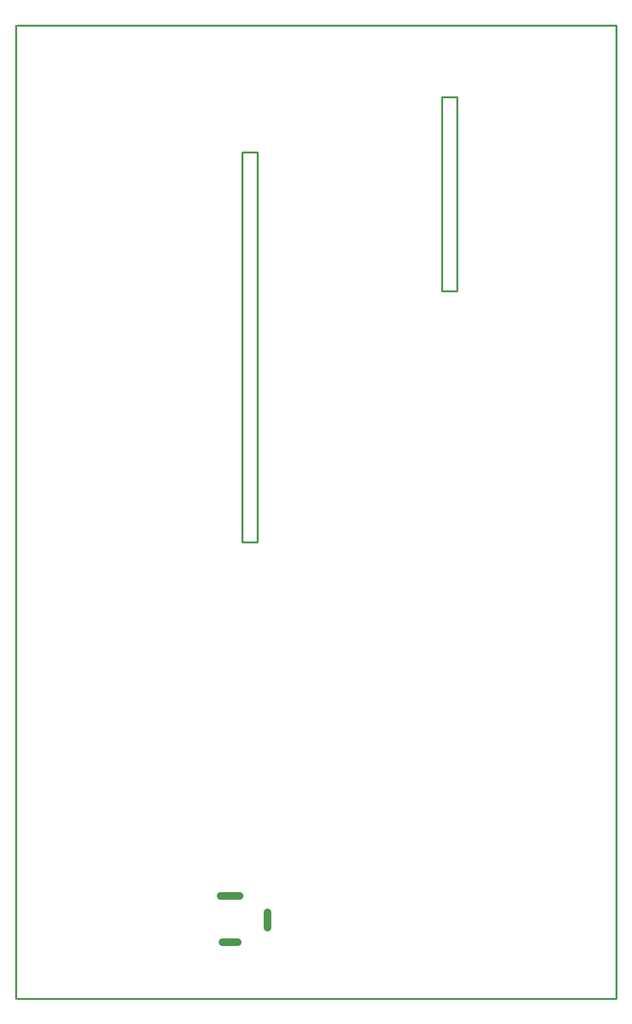
<source format=gm1>
%FSLAX25Y25*%
%MOIN*%
G70*
G01*
G75*
G04 Layer_Color=16711935*
%ADD10R,0.05000X0.06000*%
%ADD11R,0.20000X0.03000*%
%ADD12C,0.06000*%
%ADD13C,0.02000*%
%ADD14C,0.03000*%
%ADD15C,0.06000*%
%ADD16C,0.07500*%
%ADD17R,0.05906X0.05906*%
%ADD18C,0.05906*%
%ADD19R,0.05906X0.05906*%
%ADD20C,0.08000*%
%ADD21R,0.08000X0.08000*%
%ADD22O,0.17716X0.07874*%
%ADD23O,0.15748X0.07874*%
%ADD24O,0.07874X0.15748*%
%ADD25C,0.05906*%
%ADD26C,0.12598*%
%ADD27C,0.09055*%
%ADD28C,0.62992*%
%ADD29C,0.05118*%
%ADD30C,0.07087*%
%ADD31R,0.07087X0.07087*%
%ADD32C,0.23622*%
%ADD33C,0.07874*%
%ADD34R,0.06000X0.06000*%
%ADD35C,0.05000*%
%ADD36O,0.02400X0.08000*%
%ADD37R,0.06000X0.12000*%
%ADD38R,0.03600X0.05000*%
%ADD39R,0.03600X0.03600*%
%ADD40R,0.06000X0.05000*%
%ADD41C,0.04000*%
%ADD42C,0.08000*%
%ADD43C,0.10000*%
%ADD44C,0.03937*%
%ADD45C,0.01000*%
D44*
X108063Y29528D02*
X115937D01*
X131685Y37402D02*
Y45276D01*
X107079Y53937D02*
X116921D01*
D45*
X-500Y0D02*
Y511811D01*
X0D02*
X314961D01*
Y0D02*
Y511811D01*
X0Y0D02*
X314961D01*
X223500Y474000D02*
X231500D01*
Y372000D02*
Y474000D01*
X223500Y372000D02*
X231500D01*
X223500D02*
Y474000D01*
X118500Y445000D02*
X126500D01*
X118500Y240000D02*
X126500D01*
X118500D02*
Y445000D01*
X126500Y240000D02*
Y445000D01*
M02*

</source>
